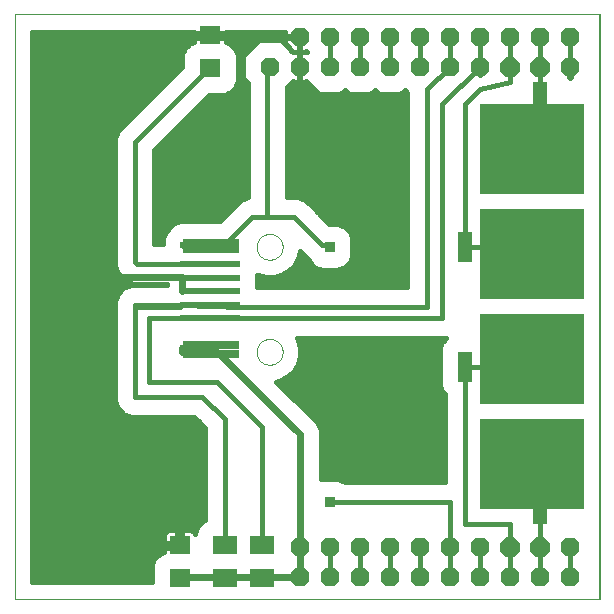
<source format=gtl>
G75*
G70*
%OFA0B0*%
%FSLAX24Y24*%
%IPPOS*%
%LPD*%
%AMOC8*
5,1,8,0,0,1.08239X$1,22.5*
%
%ADD10C,0.0000*%
%ADD11R,0.3500X0.3000*%
%ADD12R,0.0709X0.0630*%
%ADD13R,0.0787X0.0630*%
%ADD14R,0.0120X0.0240*%
%ADD15R,0.1890X0.0276*%
%ADD16R,0.1850X0.0236*%
%ADD17OC8,0.0630*%
%ADD18R,0.0500X0.1000*%
%ADD19C,0.0160*%
%ADD20C,0.0240*%
%ADD21C,0.0060*%
%ADD22R,0.0356X0.0356*%
%ADD23OC8,0.0660*%
D10*
X000500Y000750D02*
X020000Y000750D01*
X020000Y020250D01*
X000500Y020250D01*
X000500Y000750D01*
X000500Y020246D01*
X019994Y020246D01*
X019994Y000750D01*
X000500Y000750D01*
X008567Y009000D02*
X008569Y009041D01*
X008575Y009082D01*
X008585Y009122D01*
X008598Y009161D01*
X008615Y009198D01*
X008636Y009234D01*
X008660Y009268D01*
X008687Y009299D01*
X008716Y009327D01*
X008749Y009353D01*
X008783Y009375D01*
X008820Y009394D01*
X008858Y009409D01*
X008898Y009421D01*
X008938Y009429D01*
X008979Y009433D01*
X009021Y009433D01*
X009062Y009429D01*
X009102Y009421D01*
X009142Y009409D01*
X009180Y009394D01*
X009216Y009375D01*
X009251Y009353D01*
X009284Y009327D01*
X009313Y009299D01*
X009340Y009268D01*
X009364Y009234D01*
X009385Y009198D01*
X009402Y009161D01*
X009415Y009122D01*
X009425Y009082D01*
X009431Y009041D01*
X009433Y009000D01*
X009431Y008959D01*
X009425Y008918D01*
X009415Y008878D01*
X009402Y008839D01*
X009385Y008802D01*
X009364Y008766D01*
X009340Y008732D01*
X009313Y008701D01*
X009284Y008673D01*
X009251Y008647D01*
X009217Y008625D01*
X009180Y008606D01*
X009142Y008591D01*
X009102Y008579D01*
X009062Y008571D01*
X009021Y008567D01*
X008979Y008567D01*
X008938Y008571D01*
X008898Y008579D01*
X008858Y008591D01*
X008820Y008606D01*
X008784Y008625D01*
X008749Y008647D01*
X008716Y008673D01*
X008687Y008701D01*
X008660Y008732D01*
X008636Y008766D01*
X008615Y008802D01*
X008598Y008839D01*
X008585Y008878D01*
X008575Y008918D01*
X008569Y008959D01*
X008567Y009000D01*
X008567Y012500D02*
X008569Y012541D01*
X008575Y012582D01*
X008585Y012622D01*
X008598Y012661D01*
X008615Y012698D01*
X008636Y012734D01*
X008660Y012768D01*
X008687Y012799D01*
X008716Y012827D01*
X008749Y012853D01*
X008783Y012875D01*
X008820Y012894D01*
X008858Y012909D01*
X008898Y012921D01*
X008938Y012929D01*
X008979Y012933D01*
X009021Y012933D01*
X009062Y012929D01*
X009102Y012921D01*
X009142Y012909D01*
X009180Y012894D01*
X009216Y012875D01*
X009251Y012853D01*
X009284Y012827D01*
X009313Y012799D01*
X009340Y012768D01*
X009364Y012734D01*
X009385Y012698D01*
X009402Y012661D01*
X009415Y012622D01*
X009425Y012582D01*
X009431Y012541D01*
X009433Y012500D01*
X009431Y012459D01*
X009425Y012418D01*
X009415Y012378D01*
X009402Y012339D01*
X009385Y012302D01*
X009364Y012266D01*
X009340Y012232D01*
X009313Y012201D01*
X009284Y012173D01*
X009251Y012147D01*
X009217Y012125D01*
X009180Y012106D01*
X009142Y012091D01*
X009102Y012079D01*
X009062Y012071D01*
X009021Y012067D01*
X008979Y012067D01*
X008938Y012071D01*
X008898Y012079D01*
X008858Y012091D01*
X008820Y012106D01*
X008784Y012125D01*
X008749Y012147D01*
X008716Y012173D01*
X008687Y012201D01*
X008660Y012232D01*
X008636Y012266D01*
X008615Y012302D01*
X008598Y012339D01*
X008585Y012378D01*
X008575Y012418D01*
X008569Y012459D01*
X008567Y012500D01*
D11*
X017750Y012250D03*
X017750Y015750D03*
X017750Y008750D03*
X017750Y005250D03*
D12*
X006000Y002551D03*
X006000Y001449D03*
X007000Y018449D03*
X007000Y019551D03*
D13*
X007500Y002551D03*
X007500Y001449D03*
X008750Y001449D03*
X008750Y002551D03*
D14*
X006091Y009114D03*
X006091Y010118D03*
X006091Y010571D03*
X006091Y011024D03*
X006091Y011476D03*
X006091Y011929D03*
X006091Y012559D03*
D15*
X007055Y012638D03*
X007055Y012421D03*
X007055Y009213D03*
X007055Y008937D03*
D16*
X007075Y010118D03*
X007075Y010571D03*
X007075Y011024D03*
X007075Y011476D03*
X007075Y011929D03*
D17*
X009000Y018500D03*
X010000Y018500D03*
X011000Y018500D03*
X012000Y018500D03*
X013000Y018500D03*
X014000Y018500D03*
X015000Y018500D03*
X016000Y018500D03*
X016000Y019500D03*
X015000Y019500D03*
X014000Y019500D03*
X013000Y019500D03*
X012000Y019500D03*
X011000Y019500D03*
X010000Y019500D03*
X017000Y019500D03*
X018000Y019500D03*
X019000Y019500D03*
X019000Y018500D03*
X019000Y002500D03*
X019000Y001500D03*
X018000Y001500D03*
X017000Y001500D03*
X016000Y001500D03*
X015000Y001500D03*
X014000Y001500D03*
X013000Y001500D03*
X012000Y001500D03*
X011000Y001500D03*
X010000Y001500D03*
X010000Y002500D03*
X011000Y002500D03*
X012000Y002500D03*
X013000Y002500D03*
X014000Y002500D03*
X015000Y002500D03*
X016000Y002500D03*
D18*
X018000Y003750D03*
X015500Y008500D03*
X015500Y012500D03*
X018000Y017500D03*
D19*
X018000Y018500D01*
X018000Y019500D01*
X017000Y019500D02*
X017000Y018500D01*
X017000Y018000D01*
X016000Y017750D01*
X015500Y017250D01*
X015500Y012500D01*
X017000Y012500D01*
X014250Y010500D02*
X008000Y010500D01*
X006091Y010571D01*
X004500Y010571D01*
X004500Y010500D01*
X006000Y010500D01*
X006091Y010118D02*
X004988Y010118D01*
X004988Y007996D01*
X004992Y008000D01*
X007250Y008000D01*
X008750Y006500D01*
X008750Y002551D01*
X008750Y002500D01*
X009000Y002500D01*
X009000Y001500D02*
X010000Y001500D01*
X009949Y001551D01*
X009000Y001500D02*
X008949Y001449D01*
X007500Y001449D01*
X006000Y001449D01*
X005066Y001451D02*
X001080Y001451D01*
X001080Y001330D02*
X001080Y019666D01*
X006466Y019666D01*
X006466Y019629D01*
X006923Y019629D01*
X006923Y019474D01*
X006466Y019474D01*
X006466Y019317D01*
X006317Y019255D01*
X006154Y019092D01*
X006066Y018879D01*
X006066Y018499D01*
X003940Y016374D01*
X003840Y016131D01*
X003840Y015869D01*
X003840Y011869D01*
X003940Y011626D01*
X004126Y011440D01*
X004197Y011370D01*
X004440Y011269D01*
X005570Y011269D01*
X005570Y011231D01*
X004369Y011231D01*
X004126Y011130D01*
X003940Y010945D01*
X003840Y010702D01*
X003840Y007369D01*
X003940Y007126D01*
X004126Y006940D01*
X004369Y006840D01*
X006477Y006840D01*
X006840Y006477D01*
X006840Y003384D01*
X006778Y003358D01*
X006615Y003195D01*
X006526Y002982D01*
X006526Y002920D01*
X006522Y002936D01*
X006498Y002977D01*
X006465Y003010D01*
X006424Y003034D01*
X006378Y003046D01*
X006077Y003046D01*
X006077Y002629D01*
X005923Y002629D01*
X005923Y003046D01*
X005622Y003046D01*
X005576Y003034D01*
X005535Y003010D01*
X005502Y002977D01*
X005478Y002936D01*
X005466Y002890D01*
X005466Y002629D01*
X005923Y002629D01*
X005923Y002474D01*
X005466Y002474D01*
X005466Y002317D01*
X005317Y002255D01*
X005154Y002092D01*
X005066Y001879D01*
X005066Y001330D01*
X001080Y001330D01*
X001080Y001610D02*
X005066Y001610D01*
X005066Y001768D02*
X001080Y001768D01*
X001080Y001927D02*
X005085Y001927D01*
X005151Y002085D02*
X001080Y002085D01*
X001080Y002244D02*
X005305Y002244D01*
X005466Y002402D02*
X001080Y002402D01*
X001080Y002561D02*
X005923Y002561D01*
X005923Y002719D02*
X006077Y002719D01*
X006077Y002878D02*
X005923Y002878D01*
X005923Y003036D02*
X006077Y003036D01*
X006416Y003036D02*
X006549Y003036D01*
X006615Y003195D02*
X001080Y003195D01*
X001080Y003353D02*
X006773Y003353D01*
X006840Y003512D02*
X001080Y003512D01*
X001080Y003670D02*
X006840Y003670D01*
X006840Y003829D02*
X001080Y003829D01*
X001080Y003987D02*
X006840Y003987D01*
X006840Y004146D02*
X001080Y004146D01*
X001080Y004304D02*
X006840Y004304D01*
X006840Y004463D02*
X001080Y004463D01*
X001080Y004621D02*
X006840Y004621D01*
X006840Y004780D02*
X001080Y004780D01*
X001080Y004938D02*
X006840Y004938D01*
X006840Y005097D02*
X001080Y005097D01*
X001080Y005255D02*
X006840Y005255D01*
X006840Y005414D02*
X001080Y005414D01*
X001080Y005572D02*
X006840Y005572D01*
X006840Y005731D02*
X001080Y005731D01*
X001080Y005889D02*
X006840Y005889D01*
X006840Y006048D02*
X001080Y006048D01*
X001080Y006206D02*
X006840Y006206D01*
X006840Y006365D02*
X001080Y006365D01*
X001080Y006523D02*
X006794Y006523D01*
X006635Y006682D02*
X001080Y006682D01*
X001080Y006840D02*
X004369Y006840D01*
X004068Y006999D02*
X001080Y006999D01*
X001080Y007157D02*
X003928Y007157D01*
X003862Y007316D02*
X001080Y007316D01*
X001080Y007474D02*
X003840Y007474D01*
X003840Y007633D02*
X001080Y007633D01*
X001080Y007791D02*
X003840Y007791D01*
X003840Y007950D02*
X001080Y007950D01*
X001080Y008108D02*
X003840Y008108D01*
X003840Y008267D02*
X001080Y008267D01*
X001080Y008425D02*
X003840Y008425D01*
X003840Y008584D02*
X001080Y008584D01*
X001080Y008742D02*
X003840Y008742D01*
X003840Y008901D02*
X001080Y008901D01*
X001080Y009059D02*
X003840Y009059D01*
X003840Y009218D02*
X001080Y009218D01*
X001080Y009376D02*
X003840Y009376D01*
X003840Y009535D02*
X001080Y009535D01*
X001080Y009693D02*
X003840Y009693D01*
X003840Y009852D02*
X001080Y009852D01*
X001080Y010010D02*
X003840Y010010D01*
X003840Y010169D02*
X001080Y010169D01*
X001080Y010327D02*
X003840Y010327D01*
X003840Y010486D02*
X001080Y010486D01*
X001080Y010644D02*
X003840Y010644D01*
X003882Y010803D02*
X001080Y010803D01*
X001080Y010961D02*
X003957Y010961D01*
X004115Y011120D02*
X001080Y011120D01*
X001080Y011278D02*
X004418Y011278D01*
X004130Y011437D02*
X001080Y011437D01*
X001080Y011595D02*
X003972Y011595D01*
X003888Y011754D02*
X001080Y011754D01*
X001080Y011912D02*
X003840Y011912D01*
X003840Y012071D02*
X001080Y012071D01*
X001080Y012229D02*
X003840Y012229D01*
X003840Y012388D02*
X001080Y012388D01*
X001080Y012546D02*
X003840Y012546D01*
X003840Y012705D02*
X001080Y012705D01*
X001080Y012863D02*
X003840Y012863D01*
X003840Y013022D02*
X001080Y013022D01*
X001080Y013180D02*
X003840Y013180D01*
X003840Y013339D02*
X001080Y013339D01*
X001080Y013497D02*
X003840Y013497D01*
X003840Y013656D02*
X001080Y013656D01*
X001080Y013814D02*
X003840Y013814D01*
X003840Y013973D02*
X001080Y013973D01*
X001080Y014131D02*
X003840Y014131D01*
X003840Y014290D02*
X001080Y014290D01*
X001080Y014448D02*
X003840Y014448D01*
X003840Y014607D02*
X001080Y014607D01*
X001080Y014765D02*
X003840Y014765D01*
X003840Y014924D02*
X001080Y014924D01*
X001080Y015082D02*
X003840Y015082D01*
X003840Y015241D02*
X001080Y015241D01*
X001080Y015399D02*
X003840Y015399D01*
X003840Y015558D02*
X001080Y015558D01*
X001080Y015716D02*
X003840Y015716D01*
X003840Y015875D02*
X001080Y015875D01*
X001080Y016033D02*
X003840Y016033D01*
X003865Y016192D02*
X001080Y016192D01*
X001080Y016350D02*
X003931Y016350D01*
X004075Y016509D02*
X001080Y016509D01*
X001080Y016667D02*
X004234Y016667D01*
X004392Y016826D02*
X001080Y016826D01*
X001080Y016984D02*
X004551Y016984D01*
X004709Y017143D02*
X001080Y017143D01*
X001080Y017301D02*
X004868Y017301D01*
X005026Y017460D02*
X001080Y017460D01*
X001080Y017618D02*
X005185Y017618D01*
X005343Y017777D02*
X001080Y017777D01*
X001080Y017935D02*
X005502Y017935D01*
X005660Y018094D02*
X001080Y018094D01*
X001080Y018252D02*
X005819Y018252D01*
X005977Y018411D02*
X001080Y018411D01*
X001080Y018569D02*
X006066Y018569D01*
X006066Y018728D02*
X001080Y018728D01*
X001080Y018886D02*
X006069Y018886D01*
X006134Y019045D02*
X001080Y019045D01*
X001080Y019203D02*
X006265Y019203D01*
X006466Y019362D02*
X001080Y019362D01*
X001080Y019520D02*
X006923Y019520D01*
X007077Y019520D02*
X009505Y019520D01*
X009505Y019510D02*
X009990Y019510D01*
X009990Y019490D01*
X010010Y019490D01*
X010010Y019005D01*
X010205Y019005D01*
X010217Y019017D01*
X010234Y019000D01*
X010217Y018983D01*
X010205Y018995D01*
X010010Y018995D01*
X010010Y018510D01*
X009990Y018510D01*
X009990Y018995D01*
X009795Y018995D01*
X009783Y018983D01*
X009371Y019395D01*
X008629Y019395D01*
X008105Y018871D01*
X008105Y018129D01*
X008265Y017969D01*
X008265Y014158D01*
X008047Y014067D01*
X007336Y013356D01*
X005995Y013356D01*
X005782Y013267D01*
X005619Y013104D01*
X005607Y013075D01*
X005539Y013008D01*
X005451Y012794D01*
X005451Y012739D01*
X005431Y012690D01*
X005431Y012589D01*
X005160Y012589D01*
X005160Y015727D01*
X006987Y017554D01*
X007470Y017554D01*
X007683Y017642D01*
X007846Y017805D01*
X007934Y018018D01*
X007934Y018879D01*
X007846Y019092D01*
X007683Y019255D01*
X007534Y019317D01*
X007534Y019474D01*
X007077Y019474D01*
X007077Y019629D01*
X007534Y019629D01*
X007534Y019666D01*
X009505Y019666D01*
X009505Y019510D01*
X009505Y019490D02*
X009505Y019295D01*
X009795Y019005D01*
X009990Y019005D01*
X009990Y019490D01*
X009505Y019490D01*
X009505Y019362D02*
X009404Y019362D01*
X009563Y019203D02*
X009597Y019203D01*
X009721Y019045D02*
X009755Y019045D01*
X009990Y019045D02*
X010010Y019045D01*
X010010Y019203D02*
X009990Y019203D01*
X009990Y019362D02*
X010010Y019362D01*
X009990Y018886D02*
X010010Y018886D01*
X010010Y018728D02*
X009990Y018728D01*
X009990Y018569D02*
X010010Y018569D01*
X010010Y018490D02*
X010010Y018005D01*
X010205Y018005D01*
X010217Y018017D01*
X010629Y017605D01*
X011371Y017605D01*
X011500Y017734D01*
X011629Y017605D01*
X012371Y017605D01*
X012500Y017734D01*
X012629Y017605D01*
X013371Y017605D01*
X013500Y017734D01*
X013590Y017644D01*
X013590Y011160D01*
X008580Y011160D01*
X008580Y011573D01*
X008609Y011556D01*
X008867Y011487D01*
X009133Y011487D01*
X009391Y011556D01*
X009622Y011689D01*
X009811Y011878D01*
X009944Y012109D01*
X010013Y012367D01*
X010013Y012369D01*
X010170Y012212D01*
X010181Y012185D01*
X010300Y012066D01*
X010330Y011993D01*
X010493Y011830D01*
X010707Y011742D01*
X011293Y011742D01*
X011507Y011830D01*
X011670Y011993D01*
X011758Y012207D01*
X011758Y012793D01*
X011670Y013007D01*
X011507Y013170D01*
X011293Y013258D01*
X010990Y013258D01*
X010367Y013882D01*
X010181Y014067D01*
X009938Y014168D01*
X009585Y014168D01*
X009585Y017819D01*
X009783Y018017D01*
X009795Y018005D01*
X009990Y018005D01*
X009990Y018490D01*
X010010Y018490D01*
X010010Y018411D02*
X009990Y018411D01*
X009990Y018252D02*
X010010Y018252D01*
X010010Y018094D02*
X009990Y018094D01*
X009701Y017935D02*
X010299Y017935D01*
X010458Y017777D02*
X009585Y017777D01*
X009585Y017618D02*
X010616Y017618D01*
X011384Y017618D02*
X011616Y017618D01*
X012384Y017618D02*
X012616Y017618D01*
X013384Y017618D02*
X013590Y017618D01*
X013590Y017460D02*
X009585Y017460D01*
X009585Y017301D02*
X013590Y017301D01*
X013590Y017143D02*
X009585Y017143D01*
X009585Y016984D02*
X013590Y016984D01*
X013590Y016826D02*
X009585Y016826D01*
X009585Y016667D02*
X013590Y016667D01*
X013590Y016509D02*
X009585Y016509D01*
X009585Y016350D02*
X013590Y016350D01*
X013590Y016192D02*
X009585Y016192D01*
X009585Y016033D02*
X013590Y016033D01*
X013590Y015875D02*
X009585Y015875D01*
X009585Y015716D02*
X013590Y015716D01*
X013590Y015558D02*
X009585Y015558D01*
X009585Y015399D02*
X013590Y015399D01*
X013590Y015241D02*
X009585Y015241D01*
X009585Y015082D02*
X013590Y015082D01*
X013590Y014924D02*
X009585Y014924D01*
X009585Y014765D02*
X013590Y014765D01*
X013590Y014607D02*
X009585Y014607D01*
X009585Y014448D02*
X013590Y014448D01*
X013590Y014290D02*
X009585Y014290D01*
X010027Y014131D02*
X013590Y014131D01*
X013590Y013973D02*
X010276Y013973D01*
X010434Y013814D02*
X013590Y013814D01*
X013590Y013656D02*
X010593Y013656D01*
X010751Y013497D02*
X013590Y013497D01*
X013590Y013339D02*
X010910Y013339D01*
X011482Y013180D02*
X013590Y013180D01*
X013590Y013022D02*
X011655Y013022D01*
X011729Y012863D02*
X013590Y012863D01*
X013590Y012705D02*
X011758Y012705D01*
X011758Y012546D02*
X013590Y012546D01*
X013590Y012388D02*
X011758Y012388D01*
X011758Y012229D02*
X013590Y012229D01*
X013590Y012071D02*
X011702Y012071D01*
X011588Y011912D02*
X013590Y011912D01*
X013590Y011754D02*
X011322Y011754D01*
X010678Y011754D02*
X009686Y011754D01*
X009830Y011912D02*
X010412Y011912D01*
X010295Y012071D02*
X009922Y012071D01*
X009976Y012229D02*
X010153Y012229D01*
X010740Y012559D02*
X010756Y012559D01*
X009807Y013508D01*
X008642Y013508D01*
X008657Y013492D01*
X008909Y013492D01*
X008925Y013508D01*
X008925Y018425D01*
X009000Y018500D01*
X008279Y019045D02*
X007866Y019045D01*
X007931Y018886D02*
X008120Y018886D01*
X008105Y018728D02*
X007934Y018728D01*
X007934Y018569D02*
X008105Y018569D01*
X008105Y018411D02*
X007934Y018411D01*
X007934Y018252D02*
X008105Y018252D01*
X008141Y018094D02*
X007934Y018094D01*
X007900Y017935D02*
X008265Y017935D01*
X008265Y017777D02*
X007817Y017777D01*
X007625Y017618D02*
X008265Y017618D01*
X008265Y017460D02*
X006893Y017460D01*
X006734Y017301D02*
X008265Y017301D01*
X008265Y017143D02*
X006576Y017143D01*
X006417Y016984D02*
X008265Y016984D01*
X008265Y016826D02*
X006259Y016826D01*
X006100Y016667D02*
X008265Y016667D01*
X008265Y016509D02*
X005942Y016509D01*
X005783Y016350D02*
X008265Y016350D01*
X008265Y016192D02*
X005625Y016192D01*
X005466Y016033D02*
X008265Y016033D01*
X008265Y015875D02*
X005308Y015875D01*
X005160Y015716D02*
X008265Y015716D01*
X008265Y015558D02*
X005160Y015558D01*
X005160Y015399D02*
X008265Y015399D01*
X008265Y015241D02*
X005160Y015241D01*
X005160Y015082D02*
X008265Y015082D01*
X008265Y014924D02*
X005160Y014924D01*
X005160Y014765D02*
X008265Y014765D01*
X008265Y014607D02*
X005160Y014607D01*
X005160Y014448D02*
X008265Y014448D01*
X008265Y014290D02*
X005160Y014290D01*
X005160Y014131D02*
X008201Y014131D01*
X007953Y013973D02*
X005160Y013973D01*
X005160Y013814D02*
X007794Y013814D01*
X007636Y013656D02*
X005160Y013656D01*
X005160Y013497D02*
X007477Y013497D01*
X008421Y013508D02*
X007398Y012484D01*
X006165Y012484D01*
X006091Y012559D01*
X005479Y012863D02*
X005160Y012863D01*
X005160Y012705D02*
X005436Y012705D01*
X005553Y013022D02*
X005160Y013022D01*
X005160Y013180D02*
X005694Y013180D01*
X005954Y013339D02*
X005160Y013339D01*
X004500Y012000D02*
X004500Y016000D01*
X007000Y018500D01*
X007000Y018449D01*
X007735Y019203D02*
X008437Y019203D01*
X008596Y019362D02*
X007534Y019362D01*
X011000Y019500D02*
X011000Y018500D01*
X012000Y018500D02*
X012000Y019500D01*
X013000Y019500D02*
X013000Y018500D01*
X014000Y018500D02*
X014000Y019500D01*
X015000Y019500D02*
X015000Y018500D01*
X014250Y017750D01*
X014250Y010500D01*
X014750Y010118D02*
X006091Y010118D01*
X004500Y010500D02*
X004500Y007500D01*
X006750Y007500D01*
X007500Y006750D01*
X007500Y002551D01*
X007500Y002500D01*
X007500Y002551D02*
X007500Y002750D01*
X005584Y003036D02*
X001080Y003036D01*
X001080Y002878D02*
X005466Y002878D01*
X005466Y002719D02*
X001080Y002719D01*
X009228Y008012D02*
X009391Y008056D01*
X009622Y008189D01*
X009811Y008378D01*
X009944Y008609D01*
X010013Y008867D01*
X010013Y009133D01*
X009944Y009391D01*
X009905Y009458D01*
X014881Y009458D01*
X014893Y009463D01*
X014758Y009329D01*
X014670Y009115D01*
X014670Y007885D01*
X014758Y007671D01*
X014840Y007590D01*
X014840Y004660D01*
X011516Y004660D01*
X011507Y004670D01*
X011293Y004758D01*
X010707Y004758D01*
X010700Y004755D01*
X010700Y006389D01*
X010593Y006647D01*
X010397Y006843D01*
X009228Y008012D01*
X009290Y007950D02*
X014670Y007950D01*
X014670Y008108D02*
X009481Y008108D01*
X009699Y008267D02*
X014670Y008267D01*
X014670Y008425D02*
X009838Y008425D01*
X009929Y008584D02*
X014670Y008584D01*
X014670Y008742D02*
X009980Y008742D01*
X010013Y008901D02*
X014670Y008901D01*
X014670Y009059D02*
X010013Y009059D01*
X009991Y009218D02*
X014712Y009218D01*
X014806Y009376D02*
X009948Y009376D01*
X009449Y007791D02*
X014709Y007791D01*
X014797Y007633D02*
X009607Y007633D01*
X009766Y007474D02*
X014840Y007474D01*
X014840Y007316D02*
X009924Y007316D01*
X010083Y007157D02*
X014840Y007157D01*
X014840Y006999D02*
X010241Y006999D01*
X010400Y006840D02*
X014840Y006840D01*
X014840Y006682D02*
X010558Y006682D01*
X010645Y006523D02*
X014840Y006523D01*
X014840Y006365D02*
X010700Y006365D01*
X010700Y006206D02*
X014840Y006206D01*
X014840Y006048D02*
X010700Y006048D01*
X010700Y005889D02*
X014840Y005889D01*
X014840Y005731D02*
X010700Y005731D01*
X010700Y005572D02*
X014840Y005572D01*
X014840Y005414D02*
X010700Y005414D01*
X010700Y005255D02*
X014840Y005255D01*
X014840Y005097D02*
X010700Y005097D01*
X010700Y004938D02*
X014840Y004938D01*
X014840Y004780D02*
X010700Y004780D01*
X011000Y004000D02*
X015000Y004000D01*
X015000Y002500D01*
X015000Y001500D01*
X014000Y001500D02*
X014000Y002500D01*
X013000Y002500D02*
X013000Y001500D01*
X012000Y001500D02*
X012000Y002500D01*
X011000Y002500D02*
X011000Y001500D01*
X015500Y003250D02*
X015500Y008500D01*
X016500Y008500D01*
X014750Y010118D02*
X014750Y017250D01*
X016000Y018500D01*
X016000Y019500D01*
X019000Y019500D02*
X019000Y018500D01*
X011000Y012559D02*
X010756Y012559D01*
X011000Y012559D02*
X011000Y012500D01*
X009459Y011595D02*
X013590Y011595D01*
X013590Y011437D02*
X008580Y011437D01*
X008580Y011278D02*
X013590Y011278D01*
X008642Y013508D02*
X008421Y013508D01*
X006091Y011929D02*
X004571Y011929D01*
X004500Y012000D01*
X015500Y003250D02*
X017000Y003250D01*
X017000Y002500D01*
X017000Y001500D01*
X016000Y001500D02*
X016000Y002500D01*
X018000Y002500D02*
X018000Y001500D01*
X019000Y001500D02*
X019000Y002500D01*
X018000Y002500D02*
X018000Y003750D01*
D20*
X010000Y002500D02*
X010000Y001500D01*
X006000Y001500D01*
X006000Y002551D02*
X003500Y002551D01*
X003500Y011500D01*
X006091Y011500D01*
X006091Y011476D01*
X006091Y011024D01*
X006091Y009114D02*
X006091Y009000D01*
X007250Y009000D01*
X010000Y006250D01*
X010000Y002500D01*
X016000Y018250D02*
X016000Y018500D01*
X019000Y018500D02*
X019000Y018170D01*
X010000Y019500D02*
X003500Y019500D01*
D21*
X008750Y002551D02*
X009000Y002500D01*
X009000Y001500D02*
X008750Y001449D01*
D22*
X011000Y004000D03*
X013000Y006500D03*
X012280Y008705D03*
X011000Y012500D03*
X012579Y013823D03*
X011051Y015854D03*
X003161Y018012D03*
X002280Y014894D03*
X002610Y005319D03*
X005902Y004547D03*
D23*
X017000Y002500D03*
X018000Y002500D03*
X018000Y018500D03*
X017000Y018500D03*
M02*

</source>
